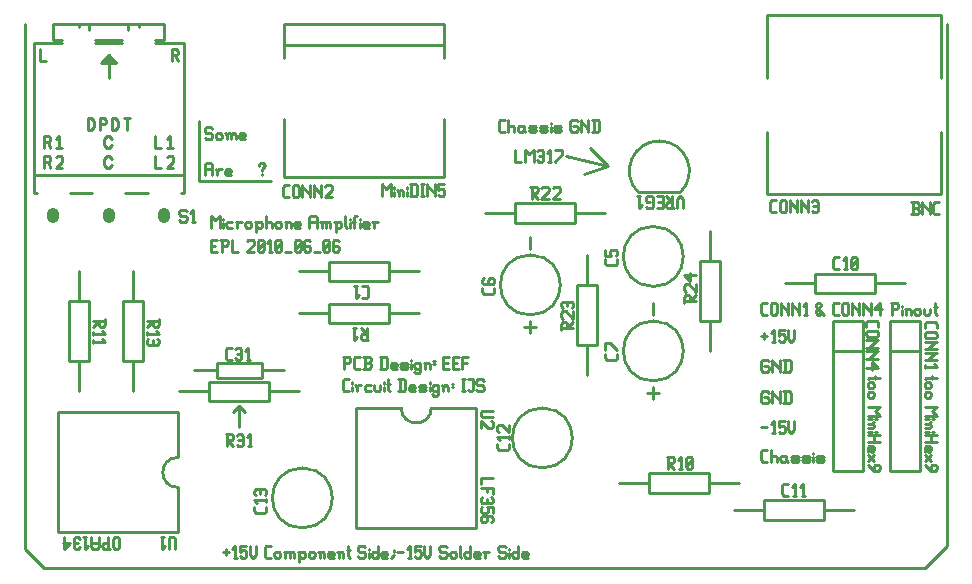
<source format=gbr>
G04 start of page 8 for group -4079 idx -4079 *
G04 Title: (unknown), topsilk *
G04 Creator: pcb 20110918 *
G04 CreationDate: Fri Dec 20 22:17:28 2013 UTC *
G04 For: fosse *
G04 Format: Gerber/RS-274X *
G04 PCB-Dimensions: 316500 193500 *
G04 PCB-Coordinate-Origin: lower left *
%MOIN*%
%FSLAX25Y25*%
%LNTOPSILK*%
%ADD80C,0.0400*%
%ADD79C,0.0110*%
%ADD78C,0.0100*%
G54D78*X62000Y135000D02*X86000D01*
X62000Y155000D02*Y135000D01*
G54D79*X75500Y60000D02*X73500Y58000D01*
X10500Y6000D02*X304000D01*
X311500Y13500D01*
Y187500D01*
G54D78*X198500Y140000D02*X184500Y143500D01*
X198500Y140000D02*X192500Y146000D01*
X198500Y140000D02*X190500Y137500D01*
G54D79*X4000Y187500D02*Y12500D01*
X10500Y6000D01*
X75500Y53000D02*Y60000D01*
X77500Y58000D01*
G54D78*X156050Y36000D02*X160010D01*
X156050D02*Y34020D01*
Y32832D02*X160010D01*
Y30852D01*
X158030Y32832D02*Y31347D01*
X159515Y29664D02*X160010Y29169D01*
Y28179D01*
X159515Y27684D01*
X156545D02*X159515D01*
X156050Y28179D02*X156545Y27684D01*
X156050Y29169D02*Y28179D01*
X156545Y29664D02*X156050Y29169D01*
X158030D02*Y27684D01*
X160010Y26496D02*Y24516D01*
X158030Y26496D02*X160010D01*
X158030D02*X158525Y26001D01*
Y25011D01*
X158030Y24516D01*
X156545D02*X158030D01*
X156050Y25011D02*X156545Y24516D01*
X156050Y26001D02*Y25011D01*
X156545Y26496D02*X156050Y26001D01*
X160010Y21843D02*X159515Y21348D01*
X160010Y22833D02*Y21843D01*
X159515Y23328D02*X160010Y22833D01*
X156545Y23328D02*X159515D01*
X156545D02*X156050Y22833D01*
X158030Y21843D02*X157535Y21348D01*
X158030Y23328D02*Y21843D01*
X156050Y22833D02*Y21843D01*
X156545Y21348D01*
X157535D01*
X70000Y11530D02*X71980D01*
X70990Y12520D02*Y10540D01*
X73663Y9550D02*X74653D01*
X74158Y13510D02*Y9550D01*
X73168Y12520D02*X74158Y13510D01*
X75841D02*X77821D01*
X75841D02*Y11530D01*
X76336Y12025D01*
X77326D01*
X77821Y11530D01*
Y10045D01*
X77326Y9550D02*X77821Y10045D01*
X76336Y9550D02*X77326D01*
X75841Y10045D02*X76336Y9550D01*
X79009Y13510D02*Y10540D01*
X79999Y9550D01*
X80989Y10540D01*
Y13510D02*Y10540D01*
X84454Y9550D02*X85939D01*
X83959Y10045D02*X84454Y9550D01*
X83959Y13015D02*Y10045D01*
Y13015D02*X84454Y13510D01*
X85939D01*
X87127Y11035D02*Y10045D01*
Y11035D02*X87622Y11530D01*
X88612D01*
X89107Y11035D01*
Y10045D01*
X88612Y9550D02*X89107Y10045D01*
X87622Y9550D02*X88612D01*
X87127Y10045D02*X87622Y9550D01*
X90790Y11035D02*Y9550D01*
Y11035D02*X91285Y11530D01*
X91780D01*
X92275Y11035D01*
Y9550D01*
Y11035D02*X92770Y11530D01*
X93265D01*
X93760Y11035D01*
Y9550D01*
X90295Y11530D02*X90790Y11035D01*
X95443D02*Y8065D01*
X94948Y11530D02*X95443Y11035D01*
X95938Y11530D01*
X96928D01*
X97423Y11035D01*
Y10045D01*
X96928Y9550D02*X97423Y10045D01*
X95938Y9550D02*X96928D01*
X95443Y10045D02*X95938Y9550D01*
X98611Y11035D02*Y10045D01*
Y11035D02*X99106Y11530D01*
X100096D01*
X100591Y11035D01*
Y10045D01*
X100096Y9550D02*X100591Y10045D01*
X99106Y9550D02*X100096D01*
X98611Y10045D02*X99106Y9550D01*
X102274Y11035D02*Y9550D01*
Y11035D02*X102769Y11530D01*
X103264D01*
X103759Y11035D01*
Y9550D01*
X101779Y11530D02*X102274Y11035D01*
X105442Y9550D02*X106927D01*
X104947Y10045D02*X105442Y9550D01*
X104947Y11035D02*Y10045D01*
Y11035D02*X105442Y11530D01*
X106432D01*
X106927Y11035D01*
X104947Y10540D02*X106927D01*
Y11035D02*Y10540D01*
X108610Y11035D02*Y9550D01*
Y11035D02*X109105Y11530D01*
X109600D01*
X110095Y11035D01*
Y9550D01*
X108115Y11530D02*X108610Y11035D01*
X111778Y13510D02*Y10045D01*
X112273Y9550D01*
X111283Y12025D02*X112273D01*
X117025Y13510D02*X117520Y13015D01*
X115540Y13510D02*X117025D01*
X115045Y13015D02*X115540Y13510D01*
X115045Y13015D02*Y12025D01*
X115540Y11530D01*
X117025D01*
X117520Y11035D01*
Y10045D01*
X117025Y9550D02*X117520Y10045D01*
X115540Y9550D02*X117025D01*
X115045Y10045D02*X115540Y9550D01*
X118708Y12520D02*Y12025D01*
Y11035D02*Y9550D01*
X121678Y13510D02*Y9550D01*
X121183D02*X121678Y10045D01*
X120193Y9550D02*X121183D01*
X119698Y10045D02*X120193Y9550D01*
X119698Y11035D02*Y10045D01*
Y11035D02*X120193Y11530D01*
X121183D01*
X121678Y11035D01*
X123361Y9550D02*X124846D01*
X122866Y10045D02*X123361Y9550D01*
X122866Y11035D02*Y10045D01*
Y11035D02*X123361Y11530D01*
X124351D01*
X124846Y11035D01*
X122866Y10540D02*X124846D01*
Y11035D02*Y10540D01*
X126034Y9550D02*X127024Y10540D01*
Y12025D02*Y11530D01*
X128212D02*X130192D01*
X131875Y9550D02*X132865D01*
X132370Y13510D02*Y9550D01*
X131380Y12520D02*X132370Y13510D01*
X134053D02*X136033D01*
X134053D02*Y11530D01*
X134548Y12025D01*
X135538D01*
X136033Y11530D01*
Y10045D01*
X135538Y9550D02*X136033Y10045D01*
X134548Y9550D02*X135538D01*
X134053Y10045D02*X134548Y9550D01*
X137221Y13510D02*Y10540D01*
X138211Y9550D01*
X139201Y10540D01*
Y13510D02*Y10540D01*
X144151Y13510D02*X144646Y13015D01*
X142666Y13510D02*X144151D01*
X142171Y13015D02*X142666Y13510D01*
X142171Y13015D02*Y12025D01*
X142666Y11530D01*
X144151D01*
X144646Y11035D01*
Y10045D01*
X144151Y9550D02*X144646Y10045D01*
X142666Y9550D02*X144151D01*
X142171Y10045D02*X142666Y9550D01*
X145834Y11035D02*Y10045D01*
Y11035D02*X146329Y11530D01*
X147319D01*
X147814Y11035D01*
Y10045D01*
X147319Y9550D02*X147814Y10045D01*
X146329Y9550D02*X147319D01*
X145834Y10045D02*X146329Y9550D01*
X149002Y13510D02*Y10045D01*
X149497Y9550D01*
X152467Y13510D02*Y9550D01*
X151972D02*X152467Y10045D01*
X150982Y9550D02*X151972D01*
X150487Y10045D02*X150982Y9550D01*
X150487Y11035D02*Y10045D01*
Y11035D02*X150982Y11530D01*
X151972D01*
X152467Y11035D01*
X154150Y9550D02*X155635D01*
X153655Y10045D02*X154150Y9550D01*
X153655Y11035D02*Y10045D01*
Y11035D02*X154150Y11530D01*
X155140D01*
X155635Y11035D01*
X153655Y10540D02*X155635D01*
Y11035D02*Y10540D01*
X157318Y11035D02*Y9550D01*
Y11035D02*X157813Y11530D01*
X158803D01*
X156823D02*X157318Y11035D01*
X163753Y13510D02*X164248Y13015D01*
X162268Y13510D02*X163753D01*
X161773Y13015D02*X162268Y13510D01*
X161773Y13015D02*Y12025D01*
X162268Y11530D01*
X163753D01*
X164248Y11035D01*
Y10045D01*
X163753Y9550D02*X164248Y10045D01*
X162268Y9550D02*X163753D01*
X161773Y10045D02*X162268Y9550D01*
X165436Y12520D02*Y12025D01*
Y11035D02*Y9550D01*
X168406Y13510D02*Y9550D01*
X167911D02*X168406Y10045D01*
X166921Y9550D02*X167911D01*
X166426Y10045D02*X166921Y9550D01*
X166426Y11035D02*Y10045D01*
Y11035D02*X166921Y11530D01*
X167911D01*
X168406Y11035D01*
X170089Y9550D02*X171574D01*
X169594Y10045D02*X170089Y9550D01*
X169594Y11035D02*Y10045D01*
Y11035D02*X170089Y11530D01*
X171079D01*
X171574Y11035D01*
X169594Y10540D02*X171574D01*
Y11035D02*Y10540D01*
X35500Y15955D02*Y12985D01*
X35005Y12490D01*
X34015D02*X35005D01*
X34015D02*X33520Y12985D01*
Y15955D02*Y12985D01*
X34015Y16450D02*X33520Y15955D01*
X34015Y16450D02*X35005D01*
X35500Y15955D02*X35005Y16450D01*
X31837D02*Y12490D01*
X30352D02*X32332D01*
X30352D02*X29857Y12985D01*
Y13975D02*Y12985D01*
X30352Y14470D02*X29857Y13975D01*
X30352Y14470D02*X31837D01*
X28669Y16450D02*Y12985D01*
X28174Y12490D01*
X26689D02*X28174D01*
X26689D02*X26194Y12985D01*
Y16450D02*Y12985D01*
Y14470D02*X28669D01*
X23521Y16450D02*X24511D01*
X24016D02*Y12490D01*
X25006Y13480D02*X24016Y12490D01*
X22333Y12985D02*X21838Y12490D01*
X20848D02*X21838D01*
X20848D02*X20353Y12985D01*
Y15955D02*Y12985D01*
X20848Y16450D02*X20353Y15955D01*
X20848Y16450D02*X21838D01*
X22333Y15955D02*X21838Y16450D01*
X20353Y14470D02*X21838D01*
X19165D02*X17185Y12490D01*
X16690Y14470D02*X19165D01*
X17185Y16450D02*Y12490D01*
X162495Y151550D02*X163980D01*
X162000Y152045D02*X162495Y151550D01*
X162000Y155015D02*Y152045D01*
Y155015D02*X162495Y155510D01*
X163980D01*
X165168D02*Y151550D01*
Y153035D02*X165663Y153530D01*
X166653D01*
X167148Y153035D01*
Y151550D01*
X169821Y153530D02*X170316Y153035D01*
X168831Y153530D02*X169821D01*
X168336Y153035D02*X168831Y153530D01*
X168336Y153035D02*Y152045D01*
X168831Y151550D01*
X170316Y153530D02*Y152045D01*
X170811Y151550D01*
X168831D02*X169821D01*
X170316Y152045D01*
X172494Y151550D02*X173979D01*
X174474Y152045D01*
X173979Y152540D02*X174474Y152045D01*
X172494Y152540D02*X173979D01*
X171999Y153035D02*X172494Y152540D01*
X171999Y153035D02*X172494Y153530D01*
X173979D01*
X174474Y153035D01*
X171999Y152045D02*X172494Y151550D01*
X176157D02*X177642D01*
X178137Y152045D01*
X177642Y152540D02*X178137Y152045D01*
X176157Y152540D02*X177642D01*
X175662Y153035D02*X176157Y152540D01*
X175662Y153035D02*X176157Y153530D01*
X177642D01*
X178137Y153035D01*
X175662Y152045D02*X176157Y151550D01*
X179325Y154520D02*Y154025D01*
Y153035D02*Y151550D01*
X180810D02*X182295D01*
X182790Y152045D01*
X182295Y152540D02*X182790Y152045D01*
X180810Y152540D02*X182295D01*
X180315Y153035D02*X180810Y152540D01*
X180315Y153035D02*X180810Y153530D01*
X182295D01*
X182790Y153035D01*
X180315Y152045D02*X180810Y151550D01*
X187740Y155510D02*X188235Y155015D01*
X186255Y155510D02*X187740D01*
X185760Y155015D02*X186255Y155510D01*
X185760Y155015D02*Y152045D01*
X186255Y151550D01*
X187740D01*
X188235Y152045D01*
Y153035D02*Y152045D01*
X187740Y153530D02*X188235Y153035D01*
X186750Y153530D02*X187740D01*
X189423Y155510D02*Y151550D01*
Y155510D02*Y155015D01*
X191898Y152540D01*
Y155510D02*Y151550D01*
X193581Y155510D02*Y151550D01*
X195066Y155510D02*X195561Y155015D01*
Y152045D01*
X195066Y151550D02*X195561Y152045D01*
X193086Y151550D02*X195066D01*
X193086Y155510D02*X195066D01*
X123000Y134010D02*Y130050D01*
Y134010D02*X124485Y132525D01*
X125970Y134010D01*
Y130050D01*
X127158Y133020D02*Y132525D01*
Y131535D02*Y130050D01*
X128643Y131535D02*Y130050D01*
Y131535D02*X129138Y132030D01*
X129633D01*
X130128Y131535D01*
Y130050D01*
X128148Y132030D02*X128643Y131535D01*
X131316Y133020D02*Y132525D01*
Y131535D02*Y130050D01*
X132801Y134010D02*Y130050D01*
X134286Y134010D02*X134781Y133515D01*
Y130545D01*
X134286Y130050D02*X134781Y130545D01*
X132306Y130050D02*X134286D01*
X132306Y134010D02*X134286D01*
X135969D02*X136959D01*
X136464D02*Y130050D01*
X135969D02*X136959D01*
X138147Y134010D02*Y130050D01*
Y134010D02*Y133515D01*
X140622Y131040D01*
Y134010D02*Y130050D01*
X141810Y134010D02*X143790D01*
X141810D02*Y132030D01*
X142305Y132525D01*
X143295D01*
X143790Y132030D01*
Y130545D01*
X143295Y130050D02*X143790Y130545D01*
X142305Y130050D02*X143295D01*
X141810Y130545D02*X142305Y130050D01*
X167500Y145510D02*Y141550D01*
X169480D01*
X170668Y145510D02*Y141550D01*
Y145510D02*X172153Y144025D01*
X173638Y145510D01*
Y141550D01*
X174826Y145015D02*X175321Y145510D01*
X176311D01*
X176806Y145015D01*
Y142045D01*
X176311Y141550D02*X176806Y142045D01*
X175321Y141550D02*X176311D01*
X174826Y142045D02*X175321Y141550D01*
Y143530D02*X176806D01*
X178489Y141550D02*X179479D01*
X178984Y145510D02*Y141550D01*
X177994Y144520D02*X178984Y145510D01*
X180667Y141550D02*X183142Y144025D01*
Y145510D02*Y144025D01*
X180667Y145510D02*X183142D01*
X110495Y65050D02*X111980D01*
X110000Y65545D02*X110495Y65050D01*
X110000Y68515D02*Y65545D01*
Y68515D02*X110495Y69010D01*
X111980D01*
X113168Y68020D02*Y67525D01*
Y66535D02*Y65050D01*
X114653Y66535D02*Y65050D01*
Y66535D02*X115148Y67030D01*
X116138D01*
X114158D02*X114653Y66535D01*
X117821Y67030D02*X119306D01*
X117326Y66535D02*X117821Y67030D01*
X117326Y66535D02*Y65545D01*
X117821Y65050D01*
X119306D01*
X120494Y67030D02*Y65545D01*
X120989Y65050D01*
X121979D01*
X122474Y65545D01*
Y67030D02*Y65545D01*
X123662Y68020D02*Y67525D01*
Y66535D02*Y65050D01*
X125147Y69010D02*Y65545D01*
X125642Y65050D01*
X124652Y67525D02*X125642D01*
X128909Y69010D02*Y65050D01*
X130394Y69010D02*X130889Y68515D01*
Y65545D01*
X130394Y65050D02*X130889Y65545D01*
X128414Y65050D02*X130394D01*
X128414Y69010D02*X130394D01*
X132572Y65050D02*X134057D01*
X132077Y65545D02*X132572Y65050D01*
X132077Y66535D02*Y65545D01*
Y66535D02*X132572Y67030D01*
X133562D01*
X134057Y66535D01*
X132077Y66040D02*X134057D01*
Y66535D02*Y66040D01*
X135740Y65050D02*X137225D01*
X137720Y65545D01*
X137225Y66040D02*X137720Y65545D01*
X135740Y66040D02*X137225D01*
X135245Y66535D02*X135740Y66040D01*
X135245Y66535D02*X135740Y67030D01*
X137225D01*
X137720Y66535D01*
X135245Y65545D02*X135740Y65050D01*
X138908Y68020D02*Y67525D01*
Y66535D02*Y65050D01*
X141383Y67030D02*X141878Y66535D01*
X140393Y67030D02*X141383D01*
X139898Y66535D02*X140393Y67030D01*
X139898Y66535D02*Y65545D01*
X140393Y65050D01*
X141383D01*
X141878Y65545D01*
X139898Y64060D02*X140393Y63565D01*
X141383D01*
X141878Y64060D01*
Y67030D02*Y64060D01*
X143561Y66535D02*Y65050D01*
Y66535D02*X144056Y67030D01*
X144551D01*
X145046Y66535D01*
Y65050D01*
X143066Y67030D02*X143561Y66535D01*
X146234Y67525D02*X146729D01*
X146234Y66535D02*X146729D01*
X149699Y69010D02*X150689D01*
X150194D02*Y65050D01*
X149699D02*X150689D01*
X151877Y69010D02*X153362D01*
Y65545D01*
X152867Y65050D02*X153362Y65545D01*
X152372Y65050D02*X152867D01*
X151877Y65545D02*X152372Y65050D01*
X156530Y69010D02*X157025Y68515D01*
X155045Y69010D02*X156530D01*
X154550Y68515D02*X155045Y69010D01*
X154550Y68515D02*Y67525D01*
X155045Y67030D01*
X156530D01*
X157025Y66535D01*
Y65545D01*
X156530Y65050D02*X157025Y65545D01*
X155045Y65050D02*X156530D01*
X154550Y65545D02*X155045Y65050D01*
X110495Y76510D02*Y72550D01*
X110000Y76510D02*X111980D01*
X112475Y76015D01*
Y75025D01*
X111980Y74530D02*X112475Y75025D01*
X110495Y74530D02*X111980D01*
X114158Y72550D02*X115643D01*
X113663Y73045D02*X114158Y72550D01*
X113663Y76015D02*Y73045D01*
Y76015D02*X114158Y76510D01*
X115643D01*
X116831Y72550D02*X118811D01*
X119306Y73045D01*
Y74035D02*Y73045D01*
X118811Y74530D02*X119306Y74035D01*
X117326Y74530D02*X118811D01*
X117326Y76510D02*Y72550D01*
X116831Y76510D02*X118811D01*
X119306Y76015D01*
Y75025D01*
X118811Y74530D02*X119306Y75025D01*
X122771Y76510D02*Y72550D01*
X124256Y76510D02*X124751Y76015D01*
Y73045D01*
X124256Y72550D02*X124751Y73045D01*
X122276Y72550D02*X124256D01*
X122276Y76510D02*X124256D01*
X126434Y72550D02*X127919D01*
X125939Y73045D02*X126434Y72550D01*
X125939Y74035D02*Y73045D01*
Y74035D02*X126434Y74530D01*
X127424D01*
X127919Y74035D01*
X125939Y73540D02*X127919D01*
Y74035D02*Y73540D01*
X129602Y72550D02*X131087D01*
X131582Y73045D01*
X131087Y73540D02*X131582Y73045D01*
X129602Y73540D02*X131087D01*
X129107Y74035D02*X129602Y73540D01*
X129107Y74035D02*X129602Y74530D01*
X131087D01*
X131582Y74035D01*
X129107Y73045D02*X129602Y72550D01*
X132770Y75520D02*Y75025D01*
Y74035D02*Y72550D01*
X135245Y74530D02*X135740Y74035D01*
X134255Y74530D02*X135245D01*
X133760Y74035D02*X134255Y74530D01*
X133760Y74035D02*Y73045D01*
X134255Y72550D01*
X135245D01*
X135740Y73045D01*
X133760Y71560D02*X134255Y71065D01*
X135245D01*
X135740Y71560D01*
Y74530D02*Y71560D01*
X137423Y74035D02*Y72550D01*
Y74035D02*X137918Y74530D01*
X138413D01*
X138908Y74035D01*
Y72550D01*
X136928Y74530D02*X137423Y74035D01*
X140096Y75025D02*X140591D01*
X140096Y74035D02*X140591D01*
X143561Y74530D02*X145046D01*
X143561Y72550D02*X145541D01*
X143561Y76510D02*Y72550D01*
Y76510D02*X145541D01*
X146729Y74530D02*X148214D01*
X146729Y72550D02*X148709D01*
X146729Y76510D02*Y72550D01*
Y76510D02*X148709D01*
X149897D02*Y72550D01*
Y76510D02*X151877D01*
X149897Y74530D02*X151382D01*
X64000Y140515D02*Y137050D01*
Y140515D02*X64495Y141010D01*
X65980D01*
X66475Y140515D01*
Y137050D01*
X64000Y139030D02*X66475D01*
X68158Y138535D02*Y137050D01*
Y138535D02*X68653Y139030D01*
X69643D01*
X67663D02*X68158Y138535D01*
X71326Y137050D02*X72811D01*
X70831Y137545D02*X71326Y137050D01*
X70831Y138535D02*Y137545D01*
Y138535D02*X71326Y139030D01*
X72316D01*
X72811Y138535D01*
X70831Y138040D02*X72811D01*
Y138535D02*Y138040D01*
X82990Y139030D02*Y138535D01*
Y137545D02*Y137050D01*
X82000Y140515D02*Y140020D01*
Y140515D02*X82495Y141010D01*
X83485D01*
X83980Y140515D01*
Y140020D01*
X82990Y139030D02*X83980Y140020D01*
X66000Y113500D02*X67500D01*
X66000Y111500D02*X68000D01*
X66000Y115500D02*Y111500D01*
Y115500D02*X68000D01*
X69700D02*Y111500D01*
X69200Y115500D02*X71200D01*
X71700Y115000D01*
Y114000D01*
X71200Y113500D02*X71700Y114000D01*
X69700Y113500D02*X71200D01*
X72900Y115500D02*Y111500D01*
X74900D01*
X77900Y115000D02*X78400Y115500D01*
X79900D01*
X80400Y115000D01*
Y114000D01*
X77900Y111500D02*X80400Y114000D01*
X77900Y111500D02*X80400D01*
X81600Y112000D02*X82100Y111500D01*
X81600Y115000D02*Y112000D01*
Y115000D02*X82100Y115500D01*
X83100D01*
X83600Y115000D01*
Y112000D01*
X83100Y111500D02*X83600Y112000D01*
X82100Y111500D02*X83100D01*
X81600Y112500D02*X83600Y114500D01*
X85300Y111500D02*X86300D01*
X85800Y115500D02*Y111500D01*
X84800Y114500D02*X85800Y115500D01*
X87500Y112000D02*X88000Y111500D01*
X87500Y115000D02*Y112000D01*
Y115000D02*X88000Y115500D01*
X89000D01*
X89500Y115000D01*
Y112000D01*
X89000Y111500D02*X89500Y112000D01*
X88000Y111500D02*X89000D01*
X87500Y112500D02*X89500Y114500D01*
X90700Y111500D02*X92700D01*
X93900Y112000D02*X94400Y111500D01*
X93900Y115000D02*Y112000D01*
Y115000D02*X94400Y115500D01*
X95400D01*
X95900Y115000D01*
Y112000D01*
X95400Y111500D02*X95900Y112000D01*
X94400Y111500D02*X95400D01*
X93900Y112500D02*X95900Y114500D01*
X98600Y115500D02*X99100Y115000D01*
X97600Y115500D02*X98600D01*
X97100Y115000D02*X97600Y115500D01*
X97100Y115000D02*Y112000D01*
X97600Y111500D01*
X98600Y113500D02*X99100Y113000D01*
X97100Y113500D02*X98600D01*
X97600Y111500D02*X98600D01*
X99100Y112000D01*
Y113000D02*Y112000D01*
X100300Y111500D02*X102300D01*
X103500Y112000D02*X104000Y111500D01*
X103500Y115000D02*Y112000D01*
Y115000D02*X104000Y115500D01*
X105000D01*
X105500Y115000D01*
Y112000D01*
X105000Y111500D02*X105500Y112000D01*
X104000Y111500D02*X105000D01*
X103500Y112500D02*X105500Y114500D01*
X108200Y115500D02*X108700Y115000D01*
X107200Y115500D02*X108200D01*
X106700Y115000D02*X107200Y115500D01*
X106700Y115000D02*Y112000D01*
X107200Y111500D01*
X108200Y113500D02*X108700Y113000D01*
X106700Y113500D02*X108200D01*
X107200Y111500D02*X108200D01*
X108700Y112000D01*
Y113000D02*Y112000D01*
X66000Y123510D02*Y119550D01*
Y123510D02*X67485Y122025D01*
X68970Y123510D01*
Y119550D01*
X70158Y122520D02*Y122025D01*
Y121035D02*Y119550D01*
X71643Y121530D02*X73128D01*
X71148Y121035D02*X71643Y121530D01*
X71148Y121035D02*Y120045D01*
X71643Y119550D01*
X73128D01*
X74811Y121035D02*Y119550D01*
Y121035D02*X75306Y121530D01*
X76296D01*
X74316D02*X74811Y121035D01*
X77484D02*Y120045D01*
Y121035D02*X77979Y121530D01*
X78969D01*
X79464Y121035D01*
Y120045D01*
X78969Y119550D02*X79464Y120045D01*
X77979Y119550D02*X78969D01*
X77484Y120045D02*X77979Y119550D01*
X81147Y121035D02*Y118065D01*
X80652Y121530D02*X81147Y121035D01*
X81642Y121530D01*
X82632D01*
X83127Y121035D01*
Y120045D01*
X82632Y119550D02*X83127Y120045D01*
X81642Y119550D02*X82632D01*
X81147Y120045D02*X81642Y119550D01*
X84315Y123510D02*Y119550D01*
Y121035D02*X84810Y121530D01*
X85800D01*
X86295Y121035D01*
Y119550D01*
X87483Y121035D02*Y120045D01*
Y121035D02*X87978Y121530D01*
X88968D01*
X89463Y121035D01*
Y120045D01*
X88968Y119550D02*X89463Y120045D01*
X87978Y119550D02*X88968D01*
X87483Y120045D02*X87978Y119550D01*
X91146Y121035D02*Y119550D01*
Y121035D02*X91641Y121530D01*
X92136D01*
X92631Y121035D01*
Y119550D01*
X90651Y121530D02*X91146Y121035D01*
X94314Y119550D02*X95799D01*
X93819Y120045D02*X94314Y119550D01*
X93819Y121035D02*Y120045D01*
Y121035D02*X94314Y121530D01*
X95304D01*
X95799Y121035D01*
X93819Y120540D02*X95799D01*
Y121035D02*Y120540D01*
X98769Y123015D02*Y119550D01*
Y123015D02*X99264Y123510D01*
X100749D01*
X101244Y123015D01*
Y119550D01*
X98769Y121530D02*X101244D01*
X102927Y121035D02*Y119550D01*
Y121035D02*X103422Y121530D01*
X103917D01*
X104412Y121035D01*
Y119550D01*
Y121035D02*X104907Y121530D01*
X105402D01*
X105897Y121035D01*
Y119550D01*
X102432Y121530D02*X102927Y121035D01*
X107580D02*Y118065D01*
X107085Y121530D02*X107580Y121035D01*
X108075Y121530D01*
X109065D01*
X109560Y121035D01*
Y120045D01*
X109065Y119550D02*X109560Y120045D01*
X108075Y119550D02*X109065D01*
X107580Y120045D02*X108075Y119550D01*
X110748Y123510D02*Y120045D01*
X111243Y119550D01*
X112233Y122520D02*Y122025D01*
Y121035D02*Y119550D01*
X113718Y123015D02*Y119550D01*
Y123015D02*X114213Y123510D01*
X114708D01*
X113223Y121530D02*X114213D01*
X115698Y122520D02*Y122025D01*
Y121035D02*Y119550D01*
X117183D02*X118668D01*
X116688Y120045D02*X117183Y119550D01*
X116688Y121035D02*Y120045D01*
Y121035D02*X117183Y121530D01*
X118173D01*
X118668Y121035D01*
X116688Y120540D02*X118668D01*
Y121035D02*Y120540D01*
X120351Y121035D02*Y119550D01*
Y121035D02*X120846Y121530D01*
X121836D01*
X119856D02*X120351Y121035D01*
X299500Y124050D02*X301480D01*
X301975Y124545D01*
Y125535D02*Y124545D01*
X301480Y126030D02*X301975Y125535D01*
X299995Y126030D02*X301480D01*
X299995Y128010D02*Y124050D01*
X299500Y128010D02*X301480D01*
X301975Y127515D01*
Y126525D01*
X301480Y126030D02*X301975Y126525D01*
X303163Y128010D02*Y124050D01*
Y128010D02*Y127515D01*
X305638Y125040D01*
Y128010D02*Y124050D01*
X307321D02*X308806D01*
X306826Y124545D02*X307321Y124050D01*
X306826Y127515D02*Y124545D01*
Y127515D02*X307321Y128010D01*
X308806D01*
X250000Y90500D02*X251500D01*
X249500Y91000D02*X250000Y90500D01*
X249500Y94000D02*Y91000D01*
Y94000D02*X250000Y94500D01*
X251500D01*
X252700Y94000D02*Y91000D01*
Y94000D02*X253200Y94500D01*
X254200D01*
X254700Y94000D01*
Y91000D01*
X254200Y90500D02*X254700Y91000D01*
X253200Y90500D02*X254200D01*
X252700Y91000D02*X253200Y90500D01*
X255900Y94500D02*Y90500D01*
Y94500D02*Y94000D01*
X258400Y91500D01*
Y94500D02*Y90500D01*
X259600Y94500D02*Y90500D01*
Y94500D02*Y94000D01*
X262100Y91500D01*
Y94500D02*Y90500D01*
X263800D02*X264800D01*
X264300Y94500D02*Y90500D01*
X263300Y93500D02*X264300Y94500D01*
X267800Y91000D02*X268300Y90500D01*
X267800Y94000D02*Y93000D01*
Y94000D02*X268300Y94500D01*
X267800Y92000D02*X269300Y93500D01*
X268300Y90500D02*X268800D01*
X269800Y91500D01*
X267800Y93000D02*X270300Y90500D01*
X268300Y94500D02*X268800D01*
X269300Y94000D01*
Y93500D01*
X267800Y92000D02*Y91000D01*
X273800Y90500D02*X275300D01*
X273300Y91000D02*X273800Y90500D01*
X273300Y94000D02*Y91000D01*
Y94000D02*X273800Y94500D01*
X275300D01*
X276500Y94000D02*Y91000D01*
Y94000D02*X277000Y94500D01*
X278000D01*
X278500Y94000D01*
Y91000D01*
X278000Y90500D02*X278500Y91000D01*
X277000Y90500D02*X278000D01*
X276500Y91000D02*X277000Y90500D01*
X279700Y94500D02*Y90500D01*
Y94500D02*Y94000D01*
X282200Y91500D01*
Y94500D02*Y90500D01*
X283400Y94500D02*Y90500D01*
Y94500D02*Y94000D01*
X285900Y91500D01*
Y94500D02*Y90500D01*
X287100Y92500D02*X289100Y94500D01*
X287100Y92500D02*X289600D01*
X289100Y94500D02*Y90500D01*
X293100Y94500D02*Y90500D01*
X292600Y94500D02*X294600D01*
X295100Y94000D01*
Y93000D01*
X294600Y92500D02*X295100Y93000D01*
X293100Y92500D02*X294600D01*
X296300Y93500D02*Y93000D01*
Y92000D02*Y90500D01*
X297800Y92000D02*Y90500D01*
Y92000D02*X298300Y92500D01*
X298800D01*
X299300Y92000D01*
Y90500D01*
X297300Y92500D02*X297800Y92000D01*
X300500D02*Y91000D01*
Y92000D02*X301000Y92500D01*
X302000D01*
X302500Y92000D01*
Y91000D01*
X302000Y90500D02*X302500Y91000D01*
X301000Y90500D02*X302000D01*
X300500Y91000D02*X301000Y90500D01*
X303700Y92500D02*Y91000D01*
X304200Y90500D01*
X305200D01*
X305700Y91000D01*
Y92500D02*Y91000D01*
X307400Y94500D02*Y91000D01*
X307900Y90500D01*
X306900Y93000D02*X307900D01*
X249500Y83530D02*X251480D01*
X250490Y84520D02*Y82540D01*
X253163Y81550D02*X254153D01*
X253658Y85510D02*Y81550D01*
X252668Y84520D02*X253658Y85510D01*
X255341D02*X257321D01*
X255341D02*Y83530D01*
X255836Y84025D01*
X256826D01*
X257321Y83530D01*
Y82045D01*
X256826Y81550D02*X257321Y82045D01*
X255836Y81550D02*X256826D01*
X255341Y82045D02*X255836Y81550D01*
X258509Y85510D02*Y82540D01*
X259499Y81550D01*
X260489Y82540D01*
Y85510D02*Y82540D01*
X251480Y75510D02*X251975Y75015D01*
X249995Y75510D02*X251480D01*
X249500Y75015D02*X249995Y75510D01*
X249500Y75015D02*Y72045D01*
X249995Y71550D01*
X251480D01*
X251975Y72045D01*
Y73035D02*Y72045D01*
X251480Y73530D02*X251975Y73035D01*
X250490Y73530D02*X251480D01*
X253163Y75510D02*Y71550D01*
Y75510D02*Y75015D01*
X255638Y72540D01*
Y75510D02*Y71550D01*
X257321Y75510D02*Y71550D01*
X258806Y75510D02*X259301Y75015D01*
Y72045D01*
X258806Y71550D02*X259301Y72045D01*
X256826Y71550D02*X258806D01*
X256826Y75510D02*X258806D01*
X251480Y65010D02*X251975Y64515D01*
X249995Y65010D02*X251480D01*
X249500Y64515D02*X249995Y65010D01*
X249500Y64515D02*Y61545D01*
X249995Y61050D01*
X251480D01*
X251975Y61545D01*
Y62535D02*Y61545D01*
X251480Y63030D02*X251975Y62535D01*
X250490Y63030D02*X251480D01*
X253163Y65010D02*Y61050D01*
Y65010D02*Y64515D01*
X255638Y62040D01*
Y65010D02*Y61050D01*
X257321Y65010D02*Y61050D01*
X258806Y65010D02*X259301Y64515D01*
Y61545D01*
X258806Y61050D02*X259301Y61545D01*
X256826Y61050D02*X258806D01*
X256826Y65010D02*X258806D01*
X304545Y69505D02*X308010D01*
X304545D02*X304050Y69010D01*
X306525Y70000D02*Y69010D01*
X304545Y68020D02*X305535D01*
X306030Y67525D01*
Y66535D01*
X305535Y66040D01*
X304545D02*X305535D01*
X304050Y66535D02*X304545Y66040D01*
X304050Y67525D02*Y66535D01*
X304545Y68020D02*X304050Y67525D01*
X304545Y64852D02*X305535D01*
X306030Y64357D01*
Y63367D01*
X305535Y62872D01*
X304545D02*X305535D01*
X304050Y63367D02*X304545Y62872D01*
X304050Y64357D02*Y63367D01*
X304545Y64852D02*X304050Y64357D01*
Y59902D02*X308010D01*
X306525Y58417D01*
X308010Y56932D01*
X304050D02*X308010D01*
X306525Y55744D02*X307020D01*
X304050D02*X305535D01*
X304050Y54259D02*X305535D01*
X306030Y53764D01*
Y53269D01*
X305535Y52774D01*
X304050D02*X305535D01*
X306030Y54754D02*X305535Y54259D01*
X306525Y51586D02*X307020D01*
X304050D02*X305535D01*
X304050Y50596D02*X308010D01*
X304050Y48121D02*X308010D01*
X306030Y50596D02*Y48121D01*
X304050Y46438D02*Y44953D01*
X304545Y46933D02*X304050Y46438D01*
X304545Y46933D02*X305535D01*
X306030Y46438D01*
Y45448D01*
X305535Y44953D01*
X305040Y46933D02*Y44953D01*
X305535D01*
X306030Y43765D02*X304050Y41785D01*
Y43765D02*X306030Y41785D01*
X304050Y40597D02*X306030Y38617D01*
X307515D01*
X308010Y39112D02*X307515Y38617D01*
X308010Y40102D02*Y39112D01*
X307515Y40597D02*X308010Y40102D01*
X306525Y40597D02*X307515D01*
X306525D02*X306030Y40102D01*
Y38617D01*
X285545Y69505D02*X289010D01*
X285545D02*X285050Y69010D01*
X287525Y70000D02*Y69010D01*
X285545Y68020D02*X286535D01*
X287030Y67525D01*
Y66535D01*
X286535Y66040D01*
X285545D02*X286535D01*
X285050Y66535D02*X285545Y66040D01*
X285050Y67525D02*Y66535D01*
X285545Y68020D02*X285050Y67525D01*
X285545Y64852D02*X286535D01*
X287030Y64357D01*
Y63367D01*
X286535Y62872D01*
X285545D02*X286535D01*
X285050Y63367D02*X285545Y62872D01*
X285050Y64357D02*Y63367D01*
X285545Y64852D02*X285050Y64357D01*
Y59902D02*X289010D01*
X287525Y58417D01*
X289010Y56932D01*
X285050D02*X289010D01*
X287525Y55744D02*X288020D01*
X285050D02*X286535D01*
X285050Y54259D02*X286535D01*
X287030Y53764D01*
Y53269D01*
X286535Y52774D01*
X285050D02*X286535D01*
X287030Y54754D02*X286535Y54259D01*
X287525Y51586D02*X288020D01*
X285050D02*X286535D01*
X285050Y50596D02*X289010D01*
X285050Y48121D02*X289010D01*
X287030Y50596D02*Y48121D01*
X285050Y46438D02*Y44953D01*
X285545Y46933D02*X285050Y46438D01*
X285545Y46933D02*X286535D01*
X287030Y46438D01*
Y45448D01*
X286535Y44953D01*
X286040Y46933D02*Y44953D01*
X286535D01*
X287030Y43765D02*X285050Y41785D01*
Y43765D02*X287030Y41785D01*
X285050Y40597D02*X287030Y38617D01*
X288515D01*
X289010Y39112D02*X288515Y38617D01*
X289010Y40102D02*Y39112D01*
X288515Y40597D02*X289010Y40102D01*
X287525Y40597D02*X288515D01*
X287525D02*X287030Y40102D01*
Y38617D01*
X249995Y41550D02*X251480D01*
X249500Y42045D02*X249995Y41550D01*
X249500Y45015D02*Y42045D01*
Y45015D02*X249995Y45510D01*
X251480D01*
X252668D02*Y41550D01*
Y43035D02*X253163Y43530D01*
X254153D01*
X254648Y43035D01*
Y41550D01*
X257321Y43530D02*X257816Y43035D01*
X256331Y43530D02*X257321D01*
X255836Y43035D02*X256331Y43530D01*
X255836Y43035D02*Y42045D01*
X256331Y41550D01*
X257816Y43530D02*Y42045D01*
X258311Y41550D01*
X256331D02*X257321D01*
X257816Y42045D01*
X259994Y41550D02*X261479D01*
X261974Y42045D01*
X261479Y42540D02*X261974Y42045D01*
X259994Y42540D02*X261479D01*
X259499Y43035D02*X259994Y42540D01*
X259499Y43035D02*X259994Y43530D01*
X261479D01*
X261974Y43035D01*
X259499Y42045D02*X259994Y41550D01*
X263657D02*X265142D01*
X265637Y42045D01*
X265142Y42540D02*X265637Y42045D01*
X263657Y42540D02*X265142D01*
X263162Y43035D02*X263657Y42540D01*
X263162Y43035D02*X263657Y43530D01*
X265142D01*
X265637Y43035D01*
X263162Y42045D02*X263657Y41550D01*
X266825Y44520D02*Y44025D01*
Y43035D02*Y41550D01*
X268310D02*X269795D01*
X270290Y42045D01*
X269795Y42540D02*X270290Y42045D01*
X268310Y42540D02*X269795D01*
X267815Y43035D02*X268310Y42540D01*
X267815Y43035D02*X268310Y43530D01*
X269795D01*
X270290Y43035D01*
X267815Y42045D02*X268310Y41550D01*
X249500Y53030D02*X251480D01*
X253163Y51050D02*X254153D01*
X253658Y55010D02*Y51050D01*
X252668Y54020D02*X253658Y55010D01*
X255341D02*X257321D01*
X255341D02*Y53030D01*
X255836Y53525D01*
X256826D01*
X257321Y53030D01*
Y51545D01*
X256826Y51050D02*X257321Y51545D01*
X255836Y51050D02*X256826D01*
X255341Y51545D02*X255836Y51050D01*
X258509Y55010D02*Y52040D01*
X259499Y51050D01*
X260489Y52040D01*
Y55010D02*Y52040D01*
X65980Y153010D02*X66475Y152515D01*
X64495Y153010D02*X65980D01*
X64000Y152515D02*X64495Y153010D01*
X64000Y152515D02*Y151525D01*
X64495Y151030D01*
X65980D01*
X66475Y150535D01*
Y149545D01*
X65980Y149050D02*X66475Y149545D01*
X64495Y149050D02*X65980D01*
X64000Y149545D02*X64495Y149050D01*
X67663Y150535D02*Y149545D01*
Y150535D02*X68158Y151030D01*
X69148D01*
X69643Y150535D01*
Y149545D01*
X69148Y149050D02*X69643Y149545D01*
X68158Y149050D02*X69148D01*
X67663Y149545D02*X68158Y149050D01*
X71326Y150535D02*Y149050D01*
Y150535D02*X71821Y151030D01*
X72316D01*
X72811Y150535D01*
Y149050D01*
Y150535D02*X73306Y151030D01*
X73801D01*
X74296Y150535D01*
Y149050D01*
X70831Y151030D02*X71326Y150535D01*
X75979Y149050D02*X77464D01*
X75484Y149545D02*X75979Y149050D01*
X75484Y150535D02*Y149545D01*
Y150535D02*X75979Y151030D01*
X76969D01*
X77464Y150535D01*
X75484Y150040D02*X77464D01*
Y150535D02*Y150040D01*
G54D80*X50500Y124000D02*Y123000D01*
G54D78*X57000Y131000D02*Y181000D01*
X42000Y186500D02*Y187500D01*
X8000Y131000D02*X7000D01*
X57000D02*X56000D01*
X19000D02*X26500D01*
X37500D02*X45000D01*
X25500Y185500D02*Y187500D01*
X22000Y186500D02*Y187500D01*
X7000Y181000D02*X16500D01*
X27500D02*X36500D01*
X57000D02*X47500D01*
X16500Y182000D02*X13500D01*
Y187500D01*
X50500D01*
Y182000D01*
X47500D01*
X36500D02*X27500D01*
X38500Y185500D02*Y187500D01*
G54D80*X13500Y124000D02*Y123000D01*
X32000Y124000D02*Y123000D01*
G54D78*X7000Y181000D02*Y131000D01*
Y137000D02*X57000D01*
X32000Y177000D02*Y169500D01*
Y177000D02*X29500Y174500D01*
X34500D01*
X32000Y177000D01*
Y176000D02*X33500Y174500D01*
X30500D02*X32000Y176000D01*
X25000Y156000D02*Y152000D01*
X26000D01*
X27000Y153000D01*
Y155000D01*
X26000Y156000D01*
X25000D01*
X29000Y152000D02*Y156000D01*
X30500D01*
X31000Y155500D01*
Y154500D01*
X30500Y154000D01*
X29500D01*
X35000Y155000D02*X34000Y156000D01*
X33000D01*
X12000Y150000D02*X12500Y149500D01*
Y148500D01*
X12000Y148000D01*
X11000D01*
X10500Y143500D02*X12000D01*
X12500Y143000D01*
Y142000D01*
X12000Y141500D01*
X11000D01*
X12000Y147500D02*X12500Y146000D01*
X12000Y141000D02*X12500Y139500D01*
X53000Y179000D02*Y175000D01*
Y179000D02*X54500D01*
X55000Y178500D01*
Y177500D01*
X54500Y177000D01*
X53500D01*
X54500Y176500D02*X55000Y175000D01*
X9000Y179000D02*Y175000D01*
X11000D01*
X16500Y143000D02*Y141500D01*
X10500Y143500D02*Y139500D01*
X14500Y146000D02*X16500D01*
X15500D02*Y150000D01*
X14500Y149000D01*
X47500Y139500D02*X49500D01*
X14500D02*X16500D01*
X52000Y143500D02*X53000D01*
X51500Y143000D02*X52000Y143500D01*
X53000D02*X53500Y143000D01*
Y141500D01*
X51500Y139500D01*
X53500D01*
X47500Y150000D02*Y146000D01*
X49500D01*
X51500D02*X53500D01*
X52500D02*Y150000D01*
X51500Y149000D01*
X47500Y143500D02*Y139500D01*
X16500Y141500D02*X14500Y139500D01*
Y143000D02*X15000Y143500D01*
X16000D02*X16500Y143000D01*
X15000Y143500D02*X16000D01*
X10500Y150000D02*Y146000D01*
Y150000D02*X12000D01*
X33000Y156000D02*Y152000D01*
X34000D01*
X35000Y153000D01*
Y155000D01*
X37000Y156000D02*X39000D01*
X38000D02*Y152000D01*
X30500Y142500D02*Y140500D01*
Y149000D02*Y147000D01*
X31500Y150000D02*X30500Y149000D01*
Y147000D02*X31500Y146000D01*
X32000D02*X33000Y147000D01*
X31500Y146000D02*X32000D01*
Y150000D02*X31500D01*
X33000Y142500D02*X32000Y143500D01*
X31500D01*
X30500Y142500D01*
Y140500D02*X31500Y139500D01*
X32000D02*X33000Y140500D01*
X31500Y139500D02*X32000D01*
X33000Y149000D02*X32000Y150000D01*
X15000Y58000D02*X55000D01*
X15000D02*Y18000D01*
X55000D01*
Y58000D02*Y43000D01*
Y33000D02*Y18000D01*
Y43000D02*G75*G03X55000Y33000I0J-5000D01*G01*
X96500Y19500D02*G75*G03X96500Y19500I0J10000D01*G01*
X40000Y105000D02*Y95000D01*
Y75000D02*Y65000D01*
X43300Y95000D02*Y75000D01*
X36700D02*X43300D01*
X36700Y95000D02*Y75000D01*
Y95000D02*X43300D01*
X68000Y74500D02*Y69500D01*
X83000D01*
Y74500D02*Y69500D01*
X68000Y74500D02*X83000D01*
Y72000D02*X90500D01*
X60500D02*X68000D01*
X22000Y105000D02*Y95000D01*
Y75000D02*Y65000D01*
X25300Y95000D02*Y75000D01*
X18700D02*X25300D01*
X18700Y95000D02*Y75000D01*
Y95000D02*X25300D01*
X55500Y65000D02*X65500D01*
X85500D02*X95500D01*
X65500Y68300D02*X85500D01*
Y61700D01*
X65500D02*X85500D01*
X65500Y68300D02*Y61700D01*
X191500Y80500D02*Y70500D01*
Y110500D02*Y100500D01*
X188200D02*Y80500D01*
Y100500D02*X194800D01*
Y80500D01*
X188200D02*X194800D01*
X172500Y88500D02*Y84500D01*
X170500Y86500D02*X174500D01*
X172500Y116500D02*Y112500D01*
Y90500D02*G75*G03X172500Y90500I0J10000D01*G01*
X176500Y39500D02*G75*G03X176500Y39500I0J10000D01*G01*
X309500Y190350D02*X251500D01*
X309500Y130650D02*Y151500D01*
X251500Y130650D02*X309500D01*
X251500Y190350D02*Y169500D01*
X309500Y190350D02*Y169500D01*
X251500Y130650D02*Y151500D01*
X309500Y189516D03*
X208500Y131500D02*X222500D01*
X222571Y131429D02*G75*G03X208429Y131429I-7071J7071D01*G01*
X90425Y180500D02*X143574D01*
X90425Y136406D02*Y155737D01*
Y187390D02*X143575D01*
Y136406D02*X90425D01*
Y187390D02*Y176052D01*
X143575Y187390D02*Y176052D01*
Y136406D02*Y155737D01*
X157500Y124500D02*X167500D01*
X187500D02*X197500D01*
X167500Y127800D02*X187500D01*
Y121200D01*
X167500D01*
Y127800D01*
X213500Y100000D02*G75*G03X213500Y100000I0J10000D01*G01*
X232500Y88500D02*Y78500D01*
Y118500D02*Y108500D01*
X229200D02*Y88500D01*
Y108500D02*X235800D01*
Y88500D01*
X229200D02*X235800D01*
X213500Y66500D02*Y62500D01*
X211500Y64500D02*X215500D01*
X213500Y94500D02*Y90500D01*
Y68500D02*G75*G03X213500Y68500I0J10000D01*G01*
X302500Y78500D02*Y88500D01*
X292500Y78500D02*X302500D01*
Y88500D02*X292500D01*
X302500Y38500D02*Y88500D01*
X292500Y38500D02*X302500D01*
X292500Y88500D02*Y38500D01*
X283500Y78500D02*Y88500D01*
X273500Y78500D02*X283500D01*
Y88500D02*X273500D01*
X283500Y38500D02*Y88500D01*
X273500Y38500D02*X283500D01*
X273500Y88500D02*Y38500D01*
X257500Y101000D02*X267500D01*
X287500D02*X297500D01*
X267500Y104300D02*X287500D01*
Y97700D01*
X267500D01*
Y104300D01*
X212000Y37800D02*Y31200D01*
X232000D01*
Y37800D02*Y31200D01*
X212000Y37800D02*X232000D01*
Y34500D02*X242000D01*
X202000D02*X212000D01*
X240500Y25500D02*X250500D01*
X270500D02*X280500D01*
X250500Y28800D02*X270500D01*
Y22200D01*
X250500D02*X270500D01*
X250500Y28800D02*Y22200D01*
X114500Y59500D02*Y19500D01*
X154500D01*
Y59500D01*
X114500D02*X129500D01*
X139500D02*X154500D01*
X129500D02*G75*G03X139500Y59500I5000J0D01*G01*
X125500Y105000D02*X135500D01*
X95500D02*X105500D01*
Y101700D02*X125500D01*
X105500Y108300D02*Y101700D01*
Y108300D02*X125500D01*
Y101700D01*
Y91000D02*X135500D01*
X95500D02*X105500D01*
Y87700D02*X125500D01*
X105500Y94300D02*Y87700D01*
Y94300D02*X125500D01*
Y87700D01*
X57500Y125500D02*X58000Y125000D01*
X56000Y125500D02*X57500D01*
X55500Y125000D02*X56000Y125500D01*
X55500Y125000D02*Y124000D01*
X56000Y123500D01*
X57500D01*
X58000Y123000D01*
Y122000D01*
X57500Y121500D02*X58000Y122000D01*
X56000Y121500D02*X57500D01*
X55500Y122000D02*X56000Y121500D01*
X59700D02*X60700D01*
X60200Y125500D02*Y121500D01*
X59200Y124500D02*X60200Y125500D01*
X90634Y129752D02*X92134D01*
X90134Y130252D02*X90634Y129752D01*
X90134Y133252D02*Y130252D01*
Y133252D02*X90634Y133752D01*
X92134D01*
X93334Y133252D02*Y130252D01*
Y133252D02*X93834Y133752D01*
X94834D01*
X95334Y133252D01*
Y130252D01*
X94834Y129752D02*X95334Y130252D01*
X93834Y129752D02*X94834D01*
X93334Y130252D02*X93834Y129752D01*
X96534Y133752D02*Y129752D01*
Y133752D02*Y133252D01*
X99034Y130752D01*
Y133752D02*Y129752D01*
X100234Y133752D02*Y129752D01*
Y133752D02*Y133252D01*
X102734Y130752D01*
Y133752D02*Y129752D01*
X103934Y133252D02*X104434Y133752D01*
X105934D01*
X106434Y133252D01*
Y132252D01*
X103934Y129752D02*X106434Y132252D01*
X103934Y129752D02*X106434D01*
X54000Y16000D02*Y12500D01*
Y16000D02*X53500Y16500D01*
X52500D02*X53500D01*
X52500D02*X52000Y16000D01*
Y12500D01*
X49300Y16500D02*X50300D01*
X49800D02*Y12500D01*
X50800Y13500D02*X49800Y12500D01*
X84500Y26500D02*Y25000D01*
X84000Y24500D02*X84500Y25000D01*
X81000Y24500D02*X84000D01*
X81000D02*X80500Y25000D01*
Y26500D02*Y25000D01*
X84500Y29200D02*Y28200D01*
X80500Y28700D02*X84500D01*
X81500Y27700D02*X80500Y28700D01*
X81000Y30400D02*X80500Y30900D01*
Y31900D02*Y30900D01*
Y31900D02*X81000Y32400D01*
X84000D01*
X84500Y31900D02*X84000Y32400D01*
X84500Y31900D02*Y30900D01*
X84000Y30400D02*X84500Y30900D01*
X82500Y32400D02*Y30900D01*
X48700Y89000D02*Y87000D01*
X48200Y86500D01*
X47200D02*X48200D01*
X46700Y87000D02*X47200Y86500D01*
X46700Y88500D02*Y87000D01*
X44700Y88500D02*X48700D01*
X46700D02*X44700Y86500D01*
Y84800D02*Y83800D01*
Y84300D02*X48700D01*
X47700Y85300D02*X48700Y84300D01*
X48200Y82600D02*X48700Y82100D01*
Y81100D01*
X48200Y80600D01*
X45200D02*X48200D01*
X44700Y81100D02*X45200Y80600D01*
X44700Y82100D02*Y81100D01*
X45200Y82600D02*X44700Y82100D01*
X46700D02*Y80600D01*
X71500Y75500D02*X73000D01*
X71000Y76000D02*X71500Y75500D01*
X71000Y79000D02*Y76000D01*
Y79000D02*X71500Y79500D01*
X73000D01*
X74200Y79000D02*X74700Y79500D01*
X75700D01*
X76200Y79000D01*
Y76000D01*
X75700Y75500D02*X76200Y76000D01*
X74700Y75500D02*X75700D01*
X74200Y76000D02*X74700Y75500D01*
Y77500D02*X76200D01*
X77900Y75500D02*X78900D01*
X78400Y79500D02*Y75500D01*
X77400Y78500D02*X78400Y79500D01*
X30700Y89000D02*Y87000D01*
X30200Y86500D01*
X29200D02*X30200D01*
X28700Y87000D02*X29200Y86500D01*
X28700Y88500D02*Y87000D01*
X26700Y88500D02*X30700D01*
X28700D02*X26700Y86500D01*
Y84800D02*Y83800D01*
Y84300D02*X30700D01*
X29700Y85300D02*X30700Y84300D01*
X26700Y82100D02*Y81100D01*
Y81600D02*X30700D01*
X29700Y82600D02*X30700Y81600D01*
X71000Y50700D02*X73000D01*
X73500Y50200D01*
Y49200D01*
X73000Y48700D02*X73500Y49200D01*
X71500Y48700D02*X73000D01*
X71500Y50700D02*Y46700D01*
Y48700D02*X73500Y46700D01*
X74700Y50200D02*X75200Y50700D01*
X76200D01*
X76700Y50200D01*
Y47200D01*
X76200Y46700D02*X76700Y47200D01*
X75200Y46700D02*X76200D01*
X74700Y47200D02*X75200Y46700D01*
Y48700D02*X76700D01*
X78400Y46700D02*X79400D01*
X78900Y50700D02*Y46700D01*
X77900Y49700D02*X78900Y50700D01*
X116500Y100300D02*X118000D01*
X118500Y99800D02*X118000Y100300D01*
X118500Y99800D02*Y96800D01*
X118000Y96300D01*
X116500D02*X118000D01*
X113800Y100300D02*X114800D01*
X114300D02*Y96300D01*
X115300Y97300D02*X114300Y96300D01*
X116500Y82300D02*X118500D01*
X116500D02*X116000Y82800D01*
Y83800D02*Y82800D01*
X116500Y84300D02*X116000Y83800D01*
X116500Y84300D02*X118000D01*
Y86300D02*Y82300D01*
Y84300D02*X116000Y86300D01*
X113300D02*X114300D01*
X113800D02*Y82300D01*
X114800Y83300D02*X113800Y82300D01*
X182800Y87500D02*Y85500D01*
Y87500D02*X183300Y88000D01*
X184300D01*
X184800Y87500D02*X184300Y88000D01*
X184800Y87500D02*Y86000D01*
X182800D02*X186800D01*
X184800D02*X186800Y88000D01*
X183300Y89200D02*X182800Y89700D01*
Y91200D02*Y89700D01*
Y91200D02*X183300Y91700D01*
X184300D01*
X186800Y89200D02*X184300Y91700D01*
X186800D02*Y89200D01*
X183300Y92900D02*X182800Y93400D01*
Y94400D02*Y93400D01*
Y94400D02*X183300Y94900D01*
X186300D01*
X186800Y94400D02*X186300Y94900D01*
X186800Y94400D02*Y93400D01*
X186300Y92900D02*X186800Y93400D01*
X184800Y94900D02*Y93400D01*
X160500Y99500D02*Y98000D01*
X160000Y97500D02*X160500Y98000D01*
X157000Y97500D02*X160000D01*
X157000D02*X156500Y98000D01*
Y99500D02*Y98000D01*
Y102200D02*X157000Y102700D01*
X156500Y102200D02*Y101200D01*
X157000Y100700D02*X156500Y101200D01*
X157000Y100700D02*X160000D01*
X160500Y101200D01*
X158500Y102200D02*X159000Y102700D01*
X158500Y102200D02*Y100700D01*
X160500Y102200D02*Y101200D01*
Y102200D02*X160000Y102700D01*
X159000D02*X160000D01*
X165500Y47500D02*Y46000D01*
X165000Y45500D02*X165500Y46000D01*
X162000Y45500D02*X165000D01*
X162000D02*X161500Y46000D01*
Y47500D02*Y46000D01*
X165500Y50200D02*Y49200D01*
X161500Y49700D02*X165500D01*
X162500Y48700D02*X161500Y49700D01*
X162000Y51400D02*X161500Y51900D01*
Y53400D02*Y51900D01*
Y53400D02*X162000Y53900D01*
X163000D01*
X165500Y51400D02*X163000Y53900D01*
X165500D02*Y51400D01*
X253037Y124690D02*X254537D01*
X252537Y125190D02*X253037Y124690D01*
X252537Y128190D02*Y125190D01*
Y128190D02*X253037Y128690D01*
X254537D01*
X255737Y128190D02*Y125190D01*
Y128190D02*X256237Y128690D01*
X257237D01*
X257737Y128190D01*
Y125190D01*
X257237Y124690D02*X257737Y125190D01*
X256237Y124690D02*X257237D01*
X255737Y125190D02*X256237Y124690D01*
X258937Y128690D02*Y124690D01*
Y128690D02*Y128190D01*
X261437Y125690D01*
Y128690D02*Y124690D01*
X262637Y128690D02*Y124690D01*
Y128690D02*Y128190D01*
X265137Y125690D01*
Y128690D02*Y124690D01*
X266337Y128190D02*X266837Y128690D01*
X267837D01*
X268337Y128190D01*
Y125190D01*
X267837Y124690D02*X268337Y125190D01*
X266837Y124690D02*X267837D01*
X266337Y125190D02*X266837Y124690D01*
Y126690D02*X268337D01*
X223500Y129000D02*Y126000D01*
Y129000D02*X222500Y130000D01*
X221500Y129000D01*
Y126000D01*
X218300D02*X220300D01*
X218300D02*X217800Y126500D01*
Y127500D02*Y126500D01*
X218300Y128000D02*X217800Y127500D01*
X218300Y128000D02*X219800D01*
Y130000D02*Y126000D01*
Y128000D02*X217800Y130000D01*
X215100Y128000D02*X216600D01*
X214600Y130000D02*X216600D01*
Y126000D01*
X214600D02*X216600D01*
X211400D02*X210900Y126500D01*
X211400Y126000D02*X212900D01*
X213400Y126500D02*X212900Y126000D01*
X213400Y129500D02*Y126500D01*
Y129500D02*X212900Y130000D01*
X211400D02*X212900D01*
X211400D02*X210900Y129500D01*
Y128500D01*
X211400Y128000D02*X210900Y128500D01*
X211400Y128000D02*X212400D01*
X208200Y130000D02*X209200D01*
X208700D02*Y126000D01*
X209700Y127000D02*X208700Y126000D01*
X172500Y133200D02*X174500D01*
X175000Y132700D01*
Y131700D01*
X174500Y131200D02*X175000Y131700D01*
X173000Y131200D02*X174500D01*
X173000Y133200D02*Y129200D01*
Y131200D02*X175000Y129200D01*
X176200Y132700D02*X176700Y133200D01*
X178200D01*
X178700Y132700D01*
Y131700D01*
X176200Y129200D02*X178700Y131700D01*
X176200Y129200D02*X178700D01*
X179900Y132700D02*X180400Y133200D01*
X181900D01*
X182400Y132700D01*
Y131700D01*
X179900Y129200D02*X182400Y131700D01*
X179900Y129200D02*X182400D01*
X201500Y109000D02*Y107500D01*
X201000Y107000D02*X201500Y107500D01*
X198000Y107000D02*X201000D01*
X198000D02*X197500Y107500D01*
Y109000D02*Y107500D01*
Y112200D02*Y110200D01*
X199500D01*
X199000Y110700D01*
Y111700D02*Y110700D01*
Y111700D02*X199500Y112200D01*
X201000D01*
X201500Y111700D02*X201000Y112200D01*
X201500Y111700D02*Y110700D01*
X201000Y110200D02*X201500Y110700D01*
X223800Y96500D02*Y94500D01*
Y96500D02*X224300Y97000D01*
X225300D01*
X225800Y96500D02*X225300Y97000D01*
X225800Y96500D02*Y95000D01*
X223800D02*X227800D01*
X225800D02*X227800Y97000D01*
X224300Y98200D02*X223800Y98700D01*
Y100200D02*Y98700D01*
Y100200D02*X224300Y100700D01*
X225300D01*
X227800Y98200D02*X225300Y100700D01*
X227800D02*Y98200D01*
X225800Y101900D02*X223800Y103900D01*
X225800Y104400D02*Y101900D01*
X223800Y103900D02*X227800D01*
X201500Y77500D02*Y76000D01*
X201000Y75500D02*X201500Y76000D01*
X198000Y75500D02*X201000D01*
X198000D02*X197500Y76000D01*
Y77500D02*Y76000D01*
X201500Y78700D02*X199000Y81200D01*
X197500D02*X199000D01*
X197500D02*Y78700D01*
X304000Y87500D02*Y86000D01*
X304500Y88000D02*X304000Y87500D01*
X304500Y88000D02*X307500D01*
X308000Y87500D01*
Y86000D01*
X304500Y84800D02*X307500D01*
X308000Y84300D01*
Y83300D01*
X307500Y82800D01*
X304500D02*X307500D01*
X304000Y83300D02*X304500Y82800D01*
X304000Y84300D02*Y83300D01*
X304500Y84800D02*X304000Y84300D01*
Y81600D02*X308000D01*
X307500D02*X308000D01*
X307500D02*X305000Y79100D01*
X304000D02*X308000D01*
X304000Y77900D02*X308000D01*
X307500D02*X308000D01*
X307500D02*X305000Y75400D01*
X304000D02*X308000D01*
X304000Y73700D02*Y72700D01*
Y73200D02*X308000D01*
X307000Y74200D02*X308000Y73200D01*
X284500Y88000D02*Y86500D01*
X285000Y88500D02*X284500Y88000D01*
X285000Y88500D02*X288000D01*
X288500Y88000D01*
Y86500D01*
X285000Y85300D02*X288000D01*
X288500Y84800D01*
Y83800D01*
X288000Y83300D01*
X285000D02*X288000D01*
X284500Y83800D02*X285000Y83300D01*
X284500Y84800D02*Y83800D01*
X285000Y85300D02*X284500Y84800D01*
Y82100D02*X288500D01*
X288000D02*X288500D01*
X288000D02*X285500Y79600D01*
X284500D02*X288500D01*
X284500Y78400D02*X288500D01*
X288000D02*X288500D01*
X288000D02*X285500Y75900D01*
X284500D02*X288500D01*
X286500Y74700D02*X288500Y72700D01*
X286500Y74700D02*Y72200D01*
X284500Y72700D02*X288500D01*
X274000Y105700D02*X275500D01*
X273500Y106200D02*X274000Y105700D01*
X273500Y109200D02*Y106200D01*
Y109200D02*X274000Y109700D01*
X275500D01*
X277200Y105700D02*X278200D01*
X277700Y109700D02*Y105700D01*
X276700Y108700D02*X277700Y109700D01*
X279400Y106200D02*X279900Y105700D01*
X279400Y109200D02*Y106200D01*
Y109200D02*X279900Y109700D01*
X280900D01*
X281400Y109200D01*
Y106200D01*
X280900Y105700D02*X281400Y106200D01*
X279900Y105700D02*X280900D01*
X279400Y106700D02*X281400Y108700D01*
X218000Y43200D02*X220000D01*
X220500Y42700D01*
Y41700D01*
X220000Y41200D02*X220500Y41700D01*
X218500Y41200D02*X220000D01*
X218500Y43200D02*Y39200D01*
Y41200D02*X220500Y39200D01*
X222200D02*X223200D01*
X222700Y43200D02*Y39200D01*
X221700Y42200D02*X222700Y43200D01*
X224400Y39700D02*X224900Y39200D01*
X224400Y42700D02*Y39700D01*
Y42700D02*X224900Y43200D01*
X225900D01*
X226400Y42700D01*
Y39700D01*
X225900Y39200D02*X226400Y39700D01*
X224900Y39200D02*X225900D01*
X224400Y40200D02*X226400Y42200D01*
X257000Y30200D02*X258500D01*
X256500Y30700D02*X257000Y30200D01*
X256500Y33700D02*Y30700D01*
Y33700D02*X257000Y34200D01*
X258500D01*
X260200Y30200D02*X261200D01*
X260700Y34200D02*Y30200D01*
X259700Y33200D02*X260700Y34200D01*
X262900Y30200D02*X263900D01*
X263400Y34200D02*Y30200D01*
X262400Y33200D02*X263400Y34200D01*
X156500Y58500D02*X160000D01*
X156500D02*X156000Y58000D01*
Y57000D01*
X156500Y56500D01*
X160000D01*
X159500Y55300D02*X160000Y54800D01*
Y53300D01*
X159500Y52800D01*
X158500D02*X159500D01*
X156000Y55300D02*X158500Y52800D01*
X156000Y55300D02*Y52800D01*
M02*

</source>
